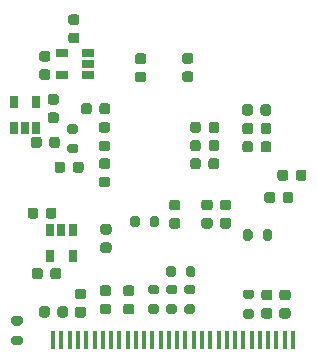
<source format=gbp>
G04 #@! TF.GenerationSoftware,KiCad,Pcbnew,(5.1.12)-1*
G04 #@! TF.CreationDate,2022-01-26T09:33:21+03:00*
G04 #@! TF.ProjectId,d_watch_v2,645f7761-7463-4685-9f76-322e6b696361,rev?*
G04 #@! TF.SameCoordinates,Original*
G04 #@! TF.FileFunction,Paste,Bot*
G04 #@! TF.FilePolarity,Positive*
%FSLAX46Y46*%
G04 Gerber Fmt 4.6, Leading zero omitted, Abs format (unit mm)*
G04 Created by KiCad (PCBNEW (5.1.12)-1) date 2022-01-26 09:33:21*
%MOMM*%
%LPD*%
G01*
G04 APERTURE LIST*
%ADD10R,0.350000X1.600000*%
%ADD11R,1.060000X0.650000*%
%ADD12R,0.650000X1.060000*%
G04 APERTURE END LIST*
D10*
X125150000Y-58750000D03*
X124450000Y-58750000D03*
X123750000Y-58750000D03*
X123050000Y-58750000D03*
X122350000Y-58750000D03*
X121650000Y-58750000D03*
X120950000Y-58750000D03*
X120250000Y-58750000D03*
X119550000Y-58750000D03*
X118850000Y-58750000D03*
X118150000Y-58750000D03*
X117450000Y-58750000D03*
X116750000Y-58750000D03*
X116050000Y-58750000D03*
X115350000Y-58750000D03*
X114650000Y-58750000D03*
X113950000Y-58750000D03*
X113250000Y-58750000D03*
X112550000Y-58750000D03*
X111850000Y-58750000D03*
X111150000Y-58750000D03*
X110450000Y-58750000D03*
X109750000Y-58750000D03*
X109050000Y-58750000D03*
X108350000Y-58750000D03*
X107650000Y-58750000D03*
X106950000Y-58750000D03*
X106250000Y-58750000D03*
X105550000Y-58750000D03*
X104850000Y-58750000D03*
D11*
X105590000Y-34450000D03*
X105590000Y-36350000D03*
X107790000Y-36350000D03*
X107790000Y-35400000D03*
X107790000Y-34450000D03*
D12*
X104600000Y-51640000D03*
X106500000Y-51640000D03*
X106500000Y-49440000D03*
X105550000Y-49440000D03*
X104600000Y-49440000D03*
X103410000Y-38570000D03*
X101510000Y-38570000D03*
X101510000Y-40770000D03*
X102460000Y-40770000D03*
X103410000Y-40770000D03*
G36*
G01*
X125390000Y-45060000D02*
X125390000Y-44560000D01*
G75*
G02*
X125615000Y-44335000I225000J0D01*
G01*
X126065000Y-44335000D01*
G75*
G02*
X126290000Y-44560000I0J-225000D01*
G01*
X126290000Y-45060000D01*
G75*
G02*
X126065000Y-45285000I-225000J0D01*
G01*
X125615000Y-45285000D01*
G75*
G02*
X125390000Y-45060000I0J225000D01*
G01*
G37*
G36*
G01*
X123840000Y-45060000D02*
X123840000Y-44560000D01*
G75*
G02*
X124065000Y-44335000I225000J0D01*
G01*
X124515000Y-44335000D01*
G75*
G02*
X124740000Y-44560000I0J-225000D01*
G01*
X124740000Y-45060000D01*
G75*
G02*
X124515000Y-45285000I-225000J0D01*
G01*
X124065000Y-45285000D01*
G75*
G02*
X123840000Y-45060000I0J225000D01*
G01*
G37*
G36*
G01*
X124290000Y-46940000D02*
X124290000Y-46440000D01*
G75*
G02*
X124515000Y-46215000I225000J0D01*
G01*
X124965000Y-46215000D01*
G75*
G02*
X125190000Y-46440000I0J-225000D01*
G01*
X125190000Y-46940000D01*
G75*
G02*
X124965000Y-47165000I-225000J0D01*
G01*
X124515000Y-47165000D01*
G75*
G02*
X124290000Y-46940000I0J225000D01*
G01*
G37*
G36*
G01*
X122740000Y-46940000D02*
X122740000Y-46440000D01*
G75*
G02*
X122965000Y-46215000I225000J0D01*
G01*
X123415000Y-46215000D01*
G75*
G02*
X123640000Y-46440000I0J-225000D01*
G01*
X123640000Y-46940000D01*
G75*
G02*
X123415000Y-47165000I-225000J0D01*
G01*
X122965000Y-47165000D01*
G75*
G02*
X122740000Y-46940000I0J225000D01*
G01*
G37*
G36*
G01*
X109070000Y-50490000D02*
X109570000Y-50490000D01*
G75*
G02*
X109795000Y-50715000I0J-225000D01*
G01*
X109795000Y-51165000D01*
G75*
G02*
X109570000Y-51390000I-225000J0D01*
G01*
X109070000Y-51390000D01*
G75*
G02*
X108845000Y-51165000I0J225000D01*
G01*
X108845000Y-50715000D01*
G75*
G02*
X109070000Y-50490000I225000J0D01*
G01*
G37*
G36*
G01*
X109070000Y-48940000D02*
X109570000Y-48940000D01*
G75*
G02*
X109795000Y-49165000I0J-225000D01*
G01*
X109795000Y-49615000D01*
G75*
G02*
X109570000Y-49840000I-225000J0D01*
G01*
X109070000Y-49840000D01*
G75*
G02*
X108845000Y-49615000I0J225000D01*
G01*
X108845000Y-49165000D01*
G75*
G02*
X109070000Y-48940000I225000J0D01*
G01*
G37*
G36*
G01*
X103890000Y-35840000D02*
X104390000Y-35840000D01*
G75*
G02*
X104615000Y-36065000I0J-225000D01*
G01*
X104615000Y-36515000D01*
G75*
G02*
X104390000Y-36740000I-225000J0D01*
G01*
X103890000Y-36740000D01*
G75*
G02*
X103665000Y-36515000I0J225000D01*
G01*
X103665000Y-36065000D01*
G75*
G02*
X103890000Y-35840000I225000J0D01*
G01*
G37*
G36*
G01*
X103890000Y-34290000D02*
X104390000Y-34290000D01*
G75*
G02*
X104615000Y-34515000I0J-225000D01*
G01*
X104615000Y-34965000D01*
G75*
G02*
X104390000Y-35190000I-225000J0D01*
G01*
X103890000Y-35190000D01*
G75*
G02*
X103665000Y-34965000I0J225000D01*
G01*
X103665000Y-34515000D01*
G75*
G02*
X103890000Y-34290000I225000J0D01*
G01*
G37*
G36*
G01*
X106850000Y-32090000D02*
X106350000Y-32090000D01*
G75*
G02*
X106125000Y-31865000I0J225000D01*
G01*
X106125000Y-31415000D01*
G75*
G02*
X106350000Y-31190000I225000J0D01*
G01*
X106850000Y-31190000D01*
G75*
G02*
X107075000Y-31415000I0J-225000D01*
G01*
X107075000Y-31865000D01*
G75*
G02*
X106850000Y-32090000I-225000J0D01*
G01*
G37*
G36*
G01*
X106850000Y-33640000D02*
X106350000Y-33640000D01*
G75*
G02*
X106125000Y-33415000I0J225000D01*
G01*
X106125000Y-32965000D01*
G75*
G02*
X106350000Y-32740000I225000J0D01*
G01*
X106850000Y-32740000D01*
G75*
G02*
X107075000Y-32965000I0J-225000D01*
G01*
X107075000Y-33415000D01*
G75*
G02*
X106850000Y-33640000I-225000J0D01*
G01*
G37*
G36*
G01*
X103580000Y-47770000D02*
X103580000Y-48270000D01*
G75*
G02*
X103355000Y-48495000I-225000J0D01*
G01*
X102905000Y-48495000D01*
G75*
G02*
X102680000Y-48270000I0J225000D01*
G01*
X102680000Y-47770000D01*
G75*
G02*
X102905000Y-47545000I225000J0D01*
G01*
X103355000Y-47545000D01*
G75*
G02*
X103580000Y-47770000I0J-225000D01*
G01*
G37*
G36*
G01*
X105130000Y-47770000D02*
X105130000Y-48270000D01*
G75*
G02*
X104905000Y-48495000I-225000J0D01*
G01*
X104455000Y-48495000D01*
G75*
G02*
X104230000Y-48270000I0J225000D01*
G01*
X104230000Y-47770000D01*
G75*
G02*
X104455000Y-47545000I225000J0D01*
G01*
X104905000Y-47545000D01*
G75*
G02*
X105130000Y-47770000I0J-225000D01*
G01*
G37*
G36*
G01*
X105870000Y-43880000D02*
X105870000Y-44380000D01*
G75*
G02*
X105645000Y-44605000I-225000J0D01*
G01*
X105195000Y-44605000D01*
G75*
G02*
X104970000Y-44380000I0J225000D01*
G01*
X104970000Y-43880000D01*
G75*
G02*
X105195000Y-43655000I225000J0D01*
G01*
X105645000Y-43655000D01*
G75*
G02*
X105870000Y-43880000I0J-225000D01*
G01*
G37*
G36*
G01*
X107420000Y-43880000D02*
X107420000Y-44380000D01*
G75*
G02*
X107195000Y-44605000I-225000J0D01*
G01*
X106745000Y-44605000D01*
G75*
G02*
X106520000Y-44380000I0J225000D01*
G01*
X106520000Y-43880000D01*
G75*
G02*
X106745000Y-43655000I225000J0D01*
G01*
X107195000Y-43655000D01*
G75*
G02*
X107420000Y-43880000I0J-225000D01*
G01*
G37*
G36*
G01*
X104610000Y-39490000D02*
X105110000Y-39490000D01*
G75*
G02*
X105335000Y-39715000I0J-225000D01*
G01*
X105335000Y-40165000D01*
G75*
G02*
X105110000Y-40390000I-225000J0D01*
G01*
X104610000Y-40390000D01*
G75*
G02*
X104385000Y-40165000I0J225000D01*
G01*
X104385000Y-39715000D01*
G75*
G02*
X104610000Y-39490000I225000J0D01*
G01*
G37*
G36*
G01*
X104610000Y-37940000D02*
X105110000Y-37940000D01*
G75*
G02*
X105335000Y-38165000I0J-225000D01*
G01*
X105335000Y-38615000D01*
G75*
G02*
X105110000Y-38840000I-225000J0D01*
G01*
X104610000Y-38840000D01*
G75*
G02*
X104385000Y-38615000I0J225000D01*
G01*
X104385000Y-38165000D01*
G75*
G02*
X104610000Y-37940000I225000J0D01*
G01*
G37*
G36*
G01*
X104520000Y-42280000D02*
X104520000Y-41780000D01*
G75*
G02*
X104745000Y-41555000I225000J0D01*
G01*
X105195000Y-41555000D01*
G75*
G02*
X105420000Y-41780000I0J-225000D01*
G01*
X105420000Y-42280000D01*
G75*
G02*
X105195000Y-42505000I-225000J0D01*
G01*
X104745000Y-42505000D01*
G75*
G02*
X104520000Y-42280000I0J225000D01*
G01*
G37*
G36*
G01*
X102970000Y-42280000D02*
X102970000Y-41780000D01*
G75*
G02*
X103195000Y-41555000I225000J0D01*
G01*
X103645000Y-41555000D01*
G75*
G02*
X103870000Y-41780000I0J-225000D01*
G01*
X103870000Y-42280000D01*
G75*
G02*
X103645000Y-42505000I-225000J0D01*
G01*
X103195000Y-42505000D01*
G75*
G02*
X102970000Y-42280000I0J225000D01*
G01*
G37*
G36*
G01*
X101515000Y-58395000D02*
X102065000Y-58395000D01*
G75*
G02*
X102265000Y-58595000I0J-200000D01*
G01*
X102265000Y-58995000D01*
G75*
G02*
X102065000Y-59195000I-200000J0D01*
G01*
X101515000Y-59195000D01*
G75*
G02*
X101315000Y-58995000I0J200000D01*
G01*
X101315000Y-58595000D01*
G75*
G02*
X101515000Y-58395000I200000J0D01*
G01*
G37*
G36*
G01*
X101515000Y-56745000D02*
X102065000Y-56745000D01*
G75*
G02*
X102265000Y-56945000I0J-200000D01*
G01*
X102265000Y-57345000D01*
G75*
G02*
X102065000Y-57545000I-200000J0D01*
G01*
X101515000Y-57545000D01*
G75*
G02*
X101315000Y-57345000I0J200000D01*
G01*
X101315000Y-56945000D01*
G75*
G02*
X101515000Y-56745000I200000J0D01*
G01*
G37*
G36*
G01*
X121675000Y-55290000D02*
X121125000Y-55290000D01*
G75*
G02*
X120925000Y-55090000I0J200000D01*
G01*
X120925000Y-54690000D01*
G75*
G02*
X121125000Y-54490000I200000J0D01*
G01*
X121675000Y-54490000D01*
G75*
G02*
X121875000Y-54690000I0J-200000D01*
G01*
X121875000Y-55090000D01*
G75*
G02*
X121675000Y-55290000I-200000J0D01*
G01*
G37*
G36*
G01*
X121675000Y-56940000D02*
X121125000Y-56940000D01*
G75*
G02*
X120925000Y-56740000I0J200000D01*
G01*
X120925000Y-56340000D01*
G75*
G02*
X121125000Y-56140000I200000J0D01*
G01*
X121675000Y-56140000D01*
G75*
G02*
X121875000Y-56340000I0J-200000D01*
G01*
X121875000Y-56740000D01*
G75*
G02*
X121675000Y-56940000I-200000J0D01*
G01*
G37*
G36*
G01*
X113635000Y-54900000D02*
X113085000Y-54900000D01*
G75*
G02*
X112885000Y-54700000I0J200000D01*
G01*
X112885000Y-54300000D01*
G75*
G02*
X113085000Y-54100000I200000J0D01*
G01*
X113635000Y-54100000D01*
G75*
G02*
X113835000Y-54300000I0J-200000D01*
G01*
X113835000Y-54700000D01*
G75*
G02*
X113635000Y-54900000I-200000J0D01*
G01*
G37*
G36*
G01*
X113635000Y-56550000D02*
X113085000Y-56550000D01*
G75*
G02*
X112885000Y-56350000I0J200000D01*
G01*
X112885000Y-55950000D01*
G75*
G02*
X113085000Y-55750000I200000J0D01*
G01*
X113635000Y-55750000D01*
G75*
G02*
X113835000Y-55950000I0J-200000D01*
G01*
X113835000Y-56350000D01*
G75*
G02*
X113635000Y-56550000I-200000J0D01*
G01*
G37*
G36*
G01*
X115165000Y-54900000D02*
X114615000Y-54900000D01*
G75*
G02*
X114415000Y-54700000I0J200000D01*
G01*
X114415000Y-54300000D01*
G75*
G02*
X114615000Y-54100000I200000J0D01*
G01*
X115165000Y-54100000D01*
G75*
G02*
X115365000Y-54300000I0J-200000D01*
G01*
X115365000Y-54700000D01*
G75*
G02*
X115165000Y-54900000I-200000J0D01*
G01*
G37*
G36*
G01*
X115165000Y-56550000D02*
X114615000Y-56550000D01*
G75*
G02*
X114415000Y-56350000I0J200000D01*
G01*
X114415000Y-55950000D01*
G75*
G02*
X114615000Y-55750000I200000J0D01*
G01*
X115165000Y-55750000D01*
G75*
G02*
X115365000Y-55950000I0J-200000D01*
G01*
X115365000Y-56350000D01*
G75*
G02*
X115165000Y-56550000I-200000J0D01*
G01*
G37*
G36*
G01*
X116090000Y-53245000D02*
X116090000Y-52695000D01*
G75*
G02*
X116290000Y-52495000I200000J0D01*
G01*
X116690000Y-52495000D01*
G75*
G02*
X116890000Y-52695000I0J-200000D01*
G01*
X116890000Y-53245000D01*
G75*
G02*
X116690000Y-53445000I-200000J0D01*
G01*
X116290000Y-53445000D01*
G75*
G02*
X116090000Y-53245000I0J200000D01*
G01*
G37*
G36*
G01*
X114440000Y-53245000D02*
X114440000Y-52695000D01*
G75*
G02*
X114640000Y-52495000I200000J0D01*
G01*
X115040000Y-52495000D01*
G75*
G02*
X115240000Y-52695000I0J-200000D01*
G01*
X115240000Y-53245000D01*
G75*
G02*
X115040000Y-53445000I-200000J0D01*
G01*
X114640000Y-53445000D01*
G75*
G02*
X114440000Y-53245000I0J200000D01*
G01*
G37*
G36*
G01*
X116695000Y-54900000D02*
X116145000Y-54900000D01*
G75*
G02*
X115945000Y-54700000I0J200000D01*
G01*
X115945000Y-54300000D01*
G75*
G02*
X116145000Y-54100000I200000J0D01*
G01*
X116695000Y-54100000D01*
G75*
G02*
X116895000Y-54300000I0J-200000D01*
G01*
X116895000Y-54700000D01*
G75*
G02*
X116695000Y-54900000I-200000J0D01*
G01*
G37*
G36*
G01*
X116695000Y-56550000D02*
X116145000Y-56550000D01*
G75*
G02*
X115945000Y-56350000I0J200000D01*
G01*
X115945000Y-55950000D01*
G75*
G02*
X116145000Y-55750000I200000J0D01*
G01*
X116695000Y-55750000D01*
G75*
G02*
X116895000Y-55950000I0J-200000D01*
G01*
X116895000Y-56350000D01*
G75*
G02*
X116695000Y-56550000I-200000J0D01*
G01*
G37*
G36*
G01*
X112175000Y-48455000D02*
X112175000Y-49005000D01*
G75*
G02*
X111975000Y-49205000I-200000J0D01*
G01*
X111575000Y-49205000D01*
G75*
G02*
X111375000Y-49005000I0J200000D01*
G01*
X111375000Y-48455000D01*
G75*
G02*
X111575000Y-48255000I200000J0D01*
G01*
X111975000Y-48255000D01*
G75*
G02*
X112175000Y-48455000I0J-200000D01*
G01*
G37*
G36*
G01*
X113825000Y-48455000D02*
X113825000Y-49005000D01*
G75*
G02*
X113625000Y-49205000I-200000J0D01*
G01*
X113225000Y-49205000D01*
G75*
G02*
X113025000Y-49005000I0J200000D01*
G01*
X113025000Y-48455000D01*
G75*
G02*
X113225000Y-48255000I200000J0D01*
G01*
X113625000Y-48255000D01*
G75*
G02*
X113825000Y-48455000I0J-200000D01*
G01*
G37*
G36*
G01*
X122585000Y-50145000D02*
X122585000Y-49595000D01*
G75*
G02*
X122785000Y-49395000I200000J0D01*
G01*
X123185000Y-49395000D01*
G75*
G02*
X123385000Y-49595000I0J-200000D01*
G01*
X123385000Y-50145000D01*
G75*
G02*
X123185000Y-50345000I-200000J0D01*
G01*
X122785000Y-50345000D01*
G75*
G02*
X122585000Y-50145000I0J200000D01*
G01*
G37*
G36*
G01*
X120935000Y-50145000D02*
X120935000Y-49595000D01*
G75*
G02*
X121135000Y-49395000I200000J0D01*
G01*
X121535000Y-49395000D01*
G75*
G02*
X121735000Y-49595000I0J-200000D01*
G01*
X121735000Y-50145000D01*
G75*
G02*
X121535000Y-50345000I-200000J0D01*
G01*
X121135000Y-50345000D01*
G75*
G02*
X120935000Y-50145000I0J200000D01*
G01*
G37*
G36*
G01*
X106795000Y-41300000D02*
X106245000Y-41300000D01*
G75*
G02*
X106045000Y-41100000I0J200000D01*
G01*
X106045000Y-40700000D01*
G75*
G02*
X106245000Y-40500000I200000J0D01*
G01*
X106795000Y-40500000D01*
G75*
G02*
X106995000Y-40700000I0J-200000D01*
G01*
X106995000Y-41100000D01*
G75*
G02*
X106795000Y-41300000I-200000J0D01*
G01*
G37*
G36*
G01*
X106795000Y-42950000D02*
X106245000Y-42950000D01*
G75*
G02*
X106045000Y-42750000I0J200000D01*
G01*
X106045000Y-42350000D01*
G75*
G02*
X106245000Y-42150000I200000J0D01*
G01*
X106795000Y-42150000D01*
G75*
G02*
X106995000Y-42350000I0J-200000D01*
G01*
X106995000Y-42750000D01*
G75*
G02*
X106795000Y-42950000I-200000J0D01*
G01*
G37*
G36*
G01*
X108933750Y-41892500D02*
X109446250Y-41892500D01*
G75*
G02*
X109665000Y-42111250I0J-218750D01*
G01*
X109665000Y-42548750D01*
G75*
G02*
X109446250Y-42767500I-218750J0D01*
G01*
X108933750Y-42767500D01*
G75*
G02*
X108715000Y-42548750I0J218750D01*
G01*
X108715000Y-42111250D01*
G75*
G02*
X108933750Y-41892500I218750J0D01*
G01*
G37*
G36*
G01*
X108933750Y-40317500D02*
X109446250Y-40317500D01*
G75*
G02*
X109665000Y-40536250I0J-218750D01*
G01*
X109665000Y-40973750D01*
G75*
G02*
X109446250Y-41192500I-218750J0D01*
G01*
X108933750Y-41192500D01*
G75*
G02*
X108715000Y-40973750I0J218750D01*
G01*
X108715000Y-40536250D01*
G75*
G02*
X108933750Y-40317500I218750J0D01*
G01*
G37*
G36*
G01*
X117327500Y-42043750D02*
X117327500Y-42556250D01*
G75*
G02*
X117108750Y-42775000I-218750J0D01*
G01*
X116671250Y-42775000D01*
G75*
G02*
X116452500Y-42556250I0J218750D01*
G01*
X116452500Y-42043750D01*
G75*
G02*
X116671250Y-41825000I218750J0D01*
G01*
X117108750Y-41825000D01*
G75*
G02*
X117327500Y-42043750I0J-218750D01*
G01*
G37*
G36*
G01*
X118902500Y-42043750D02*
X118902500Y-42556250D01*
G75*
G02*
X118683750Y-42775000I-218750J0D01*
G01*
X118246250Y-42775000D01*
G75*
G02*
X118027500Y-42556250I0J218750D01*
G01*
X118027500Y-42043750D01*
G75*
G02*
X118246250Y-41825000I218750J0D01*
G01*
X118683750Y-41825000D01*
G75*
G02*
X118902500Y-42043750I0J-218750D01*
G01*
G37*
G36*
G01*
X118032500Y-41006250D02*
X118032500Y-40493750D01*
G75*
G02*
X118251250Y-40275000I218750J0D01*
G01*
X118688750Y-40275000D01*
G75*
G02*
X118907500Y-40493750I0J-218750D01*
G01*
X118907500Y-41006250D01*
G75*
G02*
X118688750Y-41225000I-218750J0D01*
G01*
X118251250Y-41225000D01*
G75*
G02*
X118032500Y-41006250I0J218750D01*
G01*
G37*
G36*
G01*
X116457500Y-41006250D02*
X116457500Y-40493750D01*
G75*
G02*
X116676250Y-40275000I218750J0D01*
G01*
X117113750Y-40275000D01*
G75*
G02*
X117332500Y-40493750I0J-218750D01*
G01*
X117332500Y-41006250D01*
G75*
G02*
X117113750Y-41225000I-218750J0D01*
G01*
X116676250Y-41225000D01*
G75*
G02*
X116457500Y-41006250I0J218750D01*
G01*
G37*
G36*
G01*
X123190000Y-55400000D02*
X122690000Y-55400000D01*
G75*
G02*
X122465000Y-55175000I0J225000D01*
G01*
X122465000Y-54725000D01*
G75*
G02*
X122690000Y-54500000I225000J0D01*
G01*
X123190000Y-54500000D01*
G75*
G02*
X123415000Y-54725000I0J-225000D01*
G01*
X123415000Y-55175000D01*
G75*
G02*
X123190000Y-55400000I-225000J0D01*
G01*
G37*
G36*
G01*
X123190000Y-56950000D02*
X122690000Y-56950000D01*
G75*
G02*
X122465000Y-56725000I0J225000D01*
G01*
X122465000Y-56275000D01*
G75*
G02*
X122690000Y-56050000I225000J0D01*
G01*
X123190000Y-56050000D01*
G75*
G02*
X123415000Y-56275000I0J-225000D01*
G01*
X123415000Y-56725000D01*
G75*
G02*
X123190000Y-56950000I-225000J0D01*
G01*
G37*
G36*
G01*
X111500000Y-55040000D02*
X111000000Y-55040000D01*
G75*
G02*
X110775000Y-54815000I0J225000D01*
G01*
X110775000Y-54365000D01*
G75*
G02*
X111000000Y-54140000I225000J0D01*
G01*
X111500000Y-54140000D01*
G75*
G02*
X111725000Y-54365000I0J-225000D01*
G01*
X111725000Y-54815000D01*
G75*
G02*
X111500000Y-55040000I-225000J0D01*
G01*
G37*
G36*
G01*
X111500000Y-56590000D02*
X111000000Y-56590000D01*
G75*
G02*
X110775000Y-56365000I0J225000D01*
G01*
X110775000Y-55915000D01*
G75*
G02*
X111000000Y-55690000I225000J0D01*
G01*
X111500000Y-55690000D01*
G75*
G02*
X111725000Y-55915000I0J-225000D01*
G01*
X111725000Y-56365000D01*
G75*
G02*
X111500000Y-56590000I-225000J0D01*
G01*
G37*
G36*
G01*
X109530000Y-55030000D02*
X109030000Y-55030000D01*
G75*
G02*
X108805000Y-54805000I0J225000D01*
G01*
X108805000Y-54355000D01*
G75*
G02*
X109030000Y-54130000I225000J0D01*
G01*
X109530000Y-54130000D01*
G75*
G02*
X109755000Y-54355000I0J-225000D01*
G01*
X109755000Y-54805000D01*
G75*
G02*
X109530000Y-55030000I-225000J0D01*
G01*
G37*
G36*
G01*
X109530000Y-56580000D02*
X109030000Y-56580000D01*
G75*
G02*
X108805000Y-56355000I0J225000D01*
G01*
X108805000Y-55905000D01*
G75*
G02*
X109030000Y-55680000I225000J0D01*
G01*
X109530000Y-55680000D01*
G75*
G02*
X109755000Y-55905000I0J-225000D01*
G01*
X109755000Y-56355000D01*
G75*
G02*
X109530000Y-56580000I-225000J0D01*
G01*
G37*
G36*
G01*
X107410000Y-55310000D02*
X106910000Y-55310000D01*
G75*
G02*
X106685000Y-55085000I0J225000D01*
G01*
X106685000Y-54635000D01*
G75*
G02*
X106910000Y-54410000I225000J0D01*
G01*
X107410000Y-54410000D01*
G75*
G02*
X107635000Y-54635000I0J-225000D01*
G01*
X107635000Y-55085000D01*
G75*
G02*
X107410000Y-55310000I-225000J0D01*
G01*
G37*
G36*
G01*
X107410000Y-56860000D02*
X106910000Y-56860000D01*
G75*
G02*
X106685000Y-56635000I0J225000D01*
G01*
X106685000Y-56185000D01*
G75*
G02*
X106910000Y-55960000I225000J0D01*
G01*
X107410000Y-55960000D01*
G75*
G02*
X107635000Y-56185000I0J-225000D01*
G01*
X107635000Y-56635000D01*
G75*
G02*
X107410000Y-56860000I-225000J0D01*
G01*
G37*
G36*
G01*
X105210000Y-56630000D02*
X105210000Y-56130000D01*
G75*
G02*
X105435000Y-55905000I225000J0D01*
G01*
X105885000Y-55905000D01*
G75*
G02*
X106110000Y-56130000I0J-225000D01*
G01*
X106110000Y-56630000D01*
G75*
G02*
X105885000Y-56855000I-225000J0D01*
G01*
X105435000Y-56855000D01*
G75*
G02*
X105210000Y-56630000I0J225000D01*
G01*
G37*
G36*
G01*
X103660000Y-56630000D02*
X103660000Y-56130000D01*
G75*
G02*
X103885000Y-55905000I225000J0D01*
G01*
X104335000Y-55905000D01*
G75*
G02*
X104560000Y-56130000I0J-225000D01*
G01*
X104560000Y-56630000D01*
G75*
G02*
X104335000Y-56855000I-225000J0D01*
G01*
X103885000Y-56855000D01*
G75*
G02*
X103660000Y-56630000I0J225000D01*
G01*
G37*
G36*
G01*
X124720000Y-55400000D02*
X124220000Y-55400000D01*
G75*
G02*
X123995000Y-55175000I0J225000D01*
G01*
X123995000Y-54725000D01*
G75*
G02*
X124220000Y-54500000I225000J0D01*
G01*
X124720000Y-54500000D01*
G75*
G02*
X124945000Y-54725000I0J-225000D01*
G01*
X124945000Y-55175000D01*
G75*
G02*
X124720000Y-55400000I-225000J0D01*
G01*
G37*
G36*
G01*
X124720000Y-56950000D02*
X124220000Y-56950000D01*
G75*
G02*
X123995000Y-56725000I0J225000D01*
G01*
X123995000Y-56275000D01*
G75*
G02*
X124220000Y-56050000I225000J0D01*
G01*
X124720000Y-56050000D01*
G75*
G02*
X124945000Y-56275000I0J-225000D01*
G01*
X124945000Y-56725000D01*
G75*
G02*
X124720000Y-56950000I-225000J0D01*
G01*
G37*
G36*
G01*
X108950000Y-44925000D02*
X109450000Y-44925000D01*
G75*
G02*
X109675000Y-45150000I0J-225000D01*
G01*
X109675000Y-45600000D01*
G75*
G02*
X109450000Y-45825000I-225000J0D01*
G01*
X108950000Y-45825000D01*
G75*
G02*
X108725000Y-45600000I0J225000D01*
G01*
X108725000Y-45150000D01*
G75*
G02*
X108950000Y-44925000I225000J0D01*
G01*
G37*
G36*
G01*
X108950000Y-43375000D02*
X109450000Y-43375000D01*
G75*
G02*
X109675000Y-43600000I0J-225000D01*
G01*
X109675000Y-44050000D01*
G75*
G02*
X109450000Y-44275000I-225000J0D01*
G01*
X108950000Y-44275000D01*
G75*
G02*
X108725000Y-44050000I0J225000D01*
G01*
X108725000Y-43600000D01*
G75*
G02*
X108950000Y-43375000I225000J0D01*
G01*
G37*
G36*
G01*
X116500000Y-35365000D02*
X116000000Y-35365000D01*
G75*
G02*
X115775000Y-35140000I0J225000D01*
G01*
X115775000Y-34690000D01*
G75*
G02*
X116000000Y-34465000I225000J0D01*
G01*
X116500000Y-34465000D01*
G75*
G02*
X116725000Y-34690000I0J-225000D01*
G01*
X116725000Y-35140000D01*
G75*
G02*
X116500000Y-35365000I-225000J0D01*
G01*
G37*
G36*
G01*
X116500000Y-36915000D02*
X116000000Y-36915000D01*
G75*
G02*
X115775000Y-36690000I0J225000D01*
G01*
X115775000Y-36240000D01*
G75*
G02*
X116000000Y-36015000I225000J0D01*
G01*
X116500000Y-36015000D01*
G75*
G02*
X116725000Y-36240000I0J-225000D01*
G01*
X116725000Y-36690000D01*
G75*
G02*
X116500000Y-36915000I-225000J0D01*
G01*
G37*
G36*
G01*
X103960000Y-52880000D02*
X103960000Y-53380000D01*
G75*
G02*
X103735000Y-53605000I-225000J0D01*
G01*
X103285000Y-53605000D01*
G75*
G02*
X103060000Y-53380000I0J225000D01*
G01*
X103060000Y-52880000D01*
G75*
G02*
X103285000Y-52655000I225000J0D01*
G01*
X103735000Y-52655000D01*
G75*
G02*
X103960000Y-52880000I0J-225000D01*
G01*
G37*
G36*
G01*
X105510000Y-52880000D02*
X105510000Y-53380000D01*
G75*
G02*
X105285000Y-53605000I-225000J0D01*
G01*
X104835000Y-53605000D01*
G75*
G02*
X104610000Y-53380000I0J225000D01*
G01*
X104610000Y-52880000D01*
G75*
G02*
X104835000Y-52655000I225000J0D01*
G01*
X105285000Y-52655000D01*
G75*
G02*
X105510000Y-52880000I0J-225000D01*
G01*
G37*
G36*
G01*
X122420000Y-42650000D02*
X122420000Y-42150000D01*
G75*
G02*
X122645000Y-41925000I225000J0D01*
G01*
X123095000Y-41925000D01*
G75*
G02*
X123320000Y-42150000I0J-225000D01*
G01*
X123320000Y-42650000D01*
G75*
G02*
X123095000Y-42875000I-225000J0D01*
G01*
X122645000Y-42875000D01*
G75*
G02*
X122420000Y-42650000I0J225000D01*
G01*
G37*
G36*
G01*
X120870000Y-42650000D02*
X120870000Y-42150000D01*
G75*
G02*
X121095000Y-41925000I225000J0D01*
G01*
X121545000Y-41925000D01*
G75*
G02*
X121770000Y-42150000I0J-225000D01*
G01*
X121770000Y-42650000D01*
G75*
G02*
X121545000Y-42875000I-225000J0D01*
G01*
X121095000Y-42875000D01*
G75*
G02*
X120870000Y-42650000I0J225000D01*
G01*
G37*
G36*
G01*
X122420000Y-41110000D02*
X122420000Y-40610000D01*
G75*
G02*
X122645000Y-40385000I225000J0D01*
G01*
X123095000Y-40385000D01*
G75*
G02*
X123320000Y-40610000I0J-225000D01*
G01*
X123320000Y-41110000D01*
G75*
G02*
X123095000Y-41335000I-225000J0D01*
G01*
X122645000Y-41335000D01*
G75*
G02*
X122420000Y-41110000I0J225000D01*
G01*
G37*
G36*
G01*
X120870000Y-41110000D02*
X120870000Y-40610000D01*
G75*
G02*
X121095000Y-40385000I225000J0D01*
G01*
X121545000Y-40385000D01*
G75*
G02*
X121770000Y-40610000I0J-225000D01*
G01*
X121770000Y-41110000D01*
G75*
G02*
X121545000Y-41335000I-225000J0D01*
G01*
X121095000Y-41335000D01*
G75*
G02*
X120870000Y-41110000I0J225000D01*
G01*
G37*
G36*
G01*
X119190000Y-48430000D02*
X119690000Y-48430000D01*
G75*
G02*
X119915000Y-48655000I0J-225000D01*
G01*
X119915000Y-49105000D01*
G75*
G02*
X119690000Y-49330000I-225000J0D01*
G01*
X119190000Y-49330000D01*
G75*
G02*
X118965000Y-49105000I0J225000D01*
G01*
X118965000Y-48655000D01*
G75*
G02*
X119190000Y-48430000I225000J0D01*
G01*
G37*
G36*
G01*
X119190000Y-46880000D02*
X119690000Y-46880000D01*
G75*
G02*
X119915000Y-47105000I0J-225000D01*
G01*
X119915000Y-47555000D01*
G75*
G02*
X119690000Y-47780000I-225000J0D01*
G01*
X119190000Y-47780000D01*
G75*
G02*
X118965000Y-47555000I0J225000D01*
G01*
X118965000Y-47105000D01*
G75*
G02*
X119190000Y-46880000I225000J0D01*
G01*
G37*
G36*
G01*
X117350000Y-43580000D02*
X117350000Y-44080000D01*
G75*
G02*
X117125000Y-44305000I-225000J0D01*
G01*
X116675000Y-44305000D01*
G75*
G02*
X116450000Y-44080000I0J225000D01*
G01*
X116450000Y-43580000D01*
G75*
G02*
X116675000Y-43355000I225000J0D01*
G01*
X117125000Y-43355000D01*
G75*
G02*
X117350000Y-43580000I0J-225000D01*
G01*
G37*
G36*
G01*
X118900000Y-43580000D02*
X118900000Y-44080000D01*
G75*
G02*
X118675000Y-44305000I-225000J0D01*
G01*
X118225000Y-44305000D01*
G75*
G02*
X118000000Y-44080000I0J225000D01*
G01*
X118000000Y-43580000D01*
G75*
G02*
X118225000Y-43355000I225000J0D01*
G01*
X118675000Y-43355000D01*
G75*
G02*
X118900000Y-43580000I0J-225000D01*
G01*
G37*
G36*
G01*
X117620000Y-48420000D02*
X118120000Y-48420000D01*
G75*
G02*
X118345000Y-48645000I0J-225000D01*
G01*
X118345000Y-49095000D01*
G75*
G02*
X118120000Y-49320000I-225000J0D01*
G01*
X117620000Y-49320000D01*
G75*
G02*
X117395000Y-49095000I0J225000D01*
G01*
X117395000Y-48645000D01*
G75*
G02*
X117620000Y-48420000I225000J0D01*
G01*
G37*
G36*
G01*
X117620000Y-46870000D02*
X118120000Y-46870000D01*
G75*
G02*
X118345000Y-47095000I0J-225000D01*
G01*
X118345000Y-47545000D01*
G75*
G02*
X118120000Y-47770000I-225000J0D01*
G01*
X117620000Y-47770000D01*
G75*
G02*
X117395000Y-47545000I0J225000D01*
G01*
X117395000Y-47095000D01*
G75*
G02*
X117620000Y-46870000I225000J0D01*
G01*
G37*
G36*
G01*
X114900000Y-48440000D02*
X115400000Y-48440000D01*
G75*
G02*
X115625000Y-48665000I0J-225000D01*
G01*
X115625000Y-49115000D01*
G75*
G02*
X115400000Y-49340000I-225000J0D01*
G01*
X114900000Y-49340000D01*
G75*
G02*
X114675000Y-49115000I0J225000D01*
G01*
X114675000Y-48665000D01*
G75*
G02*
X114900000Y-48440000I225000J0D01*
G01*
G37*
G36*
G01*
X114900000Y-46890000D02*
X115400000Y-46890000D01*
G75*
G02*
X115625000Y-47115000I0J-225000D01*
G01*
X115625000Y-47565000D01*
G75*
G02*
X115400000Y-47790000I-225000J0D01*
G01*
X114900000Y-47790000D01*
G75*
G02*
X114675000Y-47565000I0J225000D01*
G01*
X114675000Y-47115000D01*
G75*
G02*
X114900000Y-46890000I225000J0D01*
G01*
G37*
G36*
G01*
X122400000Y-39530000D02*
X122400000Y-39030000D01*
G75*
G02*
X122625000Y-38805000I225000J0D01*
G01*
X123075000Y-38805000D01*
G75*
G02*
X123300000Y-39030000I0J-225000D01*
G01*
X123300000Y-39530000D01*
G75*
G02*
X123075000Y-39755000I-225000J0D01*
G01*
X122625000Y-39755000D01*
G75*
G02*
X122400000Y-39530000I0J225000D01*
G01*
G37*
G36*
G01*
X120850000Y-39530000D02*
X120850000Y-39030000D01*
G75*
G02*
X121075000Y-38805000I225000J0D01*
G01*
X121525000Y-38805000D01*
G75*
G02*
X121750000Y-39030000I0J-225000D01*
G01*
X121750000Y-39530000D01*
G75*
G02*
X121525000Y-39755000I-225000J0D01*
G01*
X121075000Y-39755000D01*
G75*
G02*
X120850000Y-39530000I0J225000D01*
G01*
G37*
G36*
G01*
X112500000Y-35390000D02*
X112000000Y-35390000D01*
G75*
G02*
X111775000Y-35165000I0J225000D01*
G01*
X111775000Y-34715000D01*
G75*
G02*
X112000000Y-34490000I225000J0D01*
G01*
X112500000Y-34490000D01*
G75*
G02*
X112725000Y-34715000I0J-225000D01*
G01*
X112725000Y-35165000D01*
G75*
G02*
X112500000Y-35390000I-225000J0D01*
G01*
G37*
G36*
G01*
X112500000Y-36940000D02*
X112000000Y-36940000D01*
G75*
G02*
X111775000Y-36715000I0J225000D01*
G01*
X111775000Y-36265000D01*
G75*
G02*
X112000000Y-36040000I225000J0D01*
G01*
X112500000Y-36040000D01*
G75*
G02*
X112725000Y-36265000I0J-225000D01*
G01*
X112725000Y-36715000D01*
G75*
G02*
X112500000Y-36940000I-225000J0D01*
G01*
G37*
G36*
G01*
X108120000Y-38930000D02*
X108120000Y-39430000D01*
G75*
G02*
X107895000Y-39655000I-225000J0D01*
G01*
X107445000Y-39655000D01*
G75*
G02*
X107220000Y-39430000I0J225000D01*
G01*
X107220000Y-38930000D01*
G75*
G02*
X107445000Y-38705000I225000J0D01*
G01*
X107895000Y-38705000D01*
G75*
G02*
X108120000Y-38930000I0J-225000D01*
G01*
G37*
G36*
G01*
X109670000Y-38930000D02*
X109670000Y-39430000D01*
G75*
G02*
X109445000Y-39655000I-225000J0D01*
G01*
X108995000Y-39655000D01*
G75*
G02*
X108770000Y-39430000I0J225000D01*
G01*
X108770000Y-38930000D01*
G75*
G02*
X108995000Y-38705000I225000J0D01*
G01*
X109445000Y-38705000D01*
G75*
G02*
X109670000Y-38930000I0J-225000D01*
G01*
G37*
M02*

</source>
